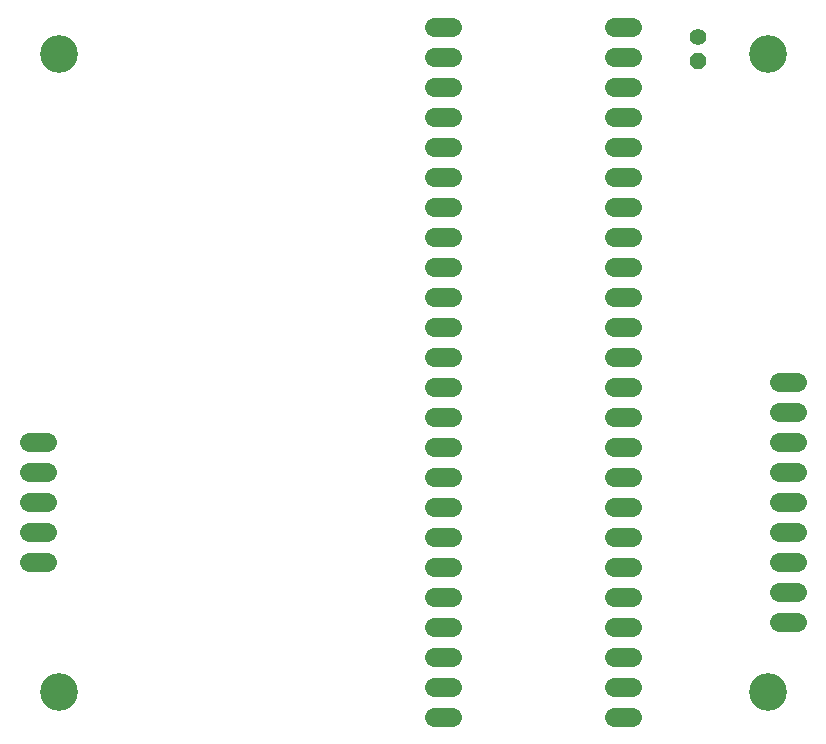
<source format=gbr>
G04 EAGLE Gerber RS-274X export*
G75*
%MOMM*%
%FSLAX34Y34*%
%LPD*%
%INSoldermask Bottom*%
%IPPOS*%
%AMOC8*
5,1,8,0,0,1.08239X$1,22.5*%
G01*
%ADD10C,3.201600*%
%ADD11P,1.539592X8X292.500000*%
%ADD12C,1.422400*%
%ADD13C,1.625600*%


D10*
X-300000Y40000D03*
X300000Y40000D03*
X-300000Y580000D03*
X300000Y580000D03*
D11*
X241300Y574040D03*
D12*
X241300Y594360D03*
D13*
X33020Y603250D02*
X17780Y603250D01*
X17780Y577850D02*
X33020Y577850D01*
X33020Y552450D02*
X17780Y552450D01*
X17780Y527050D02*
X33020Y527050D01*
X33020Y501650D02*
X17780Y501650D01*
X17780Y476250D02*
X33020Y476250D01*
X33020Y450850D02*
X17780Y450850D01*
X17780Y425450D02*
X33020Y425450D01*
X33020Y400050D02*
X17780Y400050D01*
X17780Y374650D02*
X33020Y374650D01*
X33020Y349250D02*
X17780Y349250D01*
X17780Y323850D02*
X33020Y323850D01*
X33020Y298450D02*
X17780Y298450D01*
X17780Y273050D02*
X33020Y273050D01*
X33020Y247650D02*
X17780Y247650D01*
X17780Y222250D02*
X33020Y222250D01*
X33020Y196850D02*
X17780Y196850D01*
X17780Y171450D02*
X33020Y171450D01*
X33020Y146050D02*
X17780Y146050D01*
X17780Y120650D02*
X33020Y120650D01*
X33020Y95250D02*
X17780Y95250D01*
X17780Y69850D02*
X33020Y69850D01*
X33020Y44450D02*
X17780Y44450D01*
X17780Y19050D02*
X33020Y19050D01*
X170180Y603250D02*
X185420Y603250D01*
X185420Y577850D02*
X170180Y577850D01*
X170180Y552450D02*
X185420Y552450D01*
X185420Y527050D02*
X170180Y527050D01*
X170180Y501650D02*
X185420Y501650D01*
X185420Y476250D02*
X170180Y476250D01*
X170180Y450850D02*
X185420Y450850D01*
X185420Y425450D02*
X170180Y425450D01*
X170180Y400050D02*
X185420Y400050D01*
X185420Y374650D02*
X170180Y374650D01*
X170180Y349250D02*
X185420Y349250D01*
X185420Y323850D02*
X170180Y323850D01*
X170180Y298450D02*
X185420Y298450D01*
X185420Y273050D02*
X170180Y273050D01*
X170180Y247650D02*
X185420Y247650D01*
X185420Y222250D02*
X170180Y222250D01*
X170180Y196850D02*
X185420Y196850D01*
X185420Y171450D02*
X170180Y171450D01*
X170180Y146050D02*
X185420Y146050D01*
X185420Y120650D02*
X170180Y120650D01*
X170180Y95250D02*
X185420Y95250D01*
X185420Y69850D02*
X170180Y69850D01*
X170180Y44450D02*
X185420Y44450D01*
X185420Y19050D02*
X170180Y19050D01*
X-309880Y251300D02*
X-325120Y251300D01*
X-325120Y225900D02*
X-309880Y225900D01*
X-309880Y200500D02*
X-325120Y200500D01*
X-325120Y175100D02*
X-309880Y175100D01*
X-309880Y149700D02*
X-325120Y149700D01*
X309880Y302100D02*
X325120Y302100D01*
X325120Y276700D02*
X309880Y276700D01*
X309880Y251300D02*
X325120Y251300D01*
X325120Y225900D02*
X309880Y225900D01*
X309880Y200500D02*
X325120Y200500D01*
X325120Y175100D02*
X309880Y175100D01*
X309880Y149700D02*
X325120Y149700D01*
X325120Y124300D02*
X309880Y124300D01*
X309880Y98900D02*
X325120Y98900D01*
M02*

</source>
